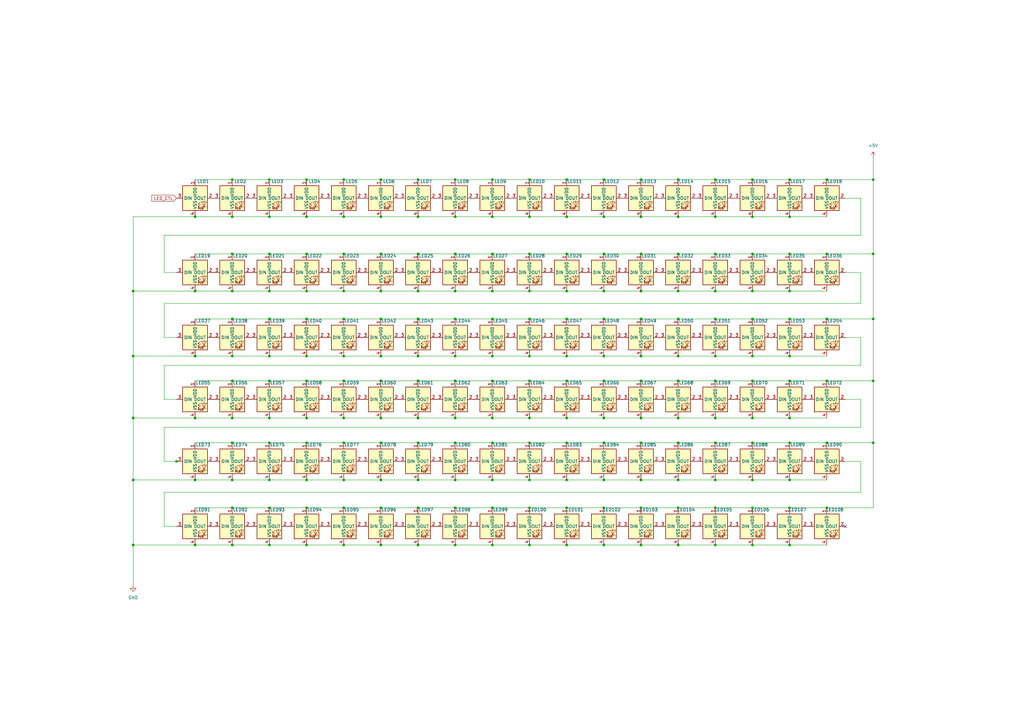
<source format=kicad_sch>
(kicad_sch (version 20231120) (generator "eeschema") (generator_version "8.0")
  (paper "A3")
  (title_block (title "V6 North Facing LED conversion PCB (LEDs)") (date "08-Nov-24") (rev "2.0") (company "REV (Reven Sanchez)"))
  (junction (at 110.49 171.45))
  (junction (at 80.01 88.9))
  (junction (at 140.97 130.81))
  (junction (at 262.89 181.61))
  (junction (at 217.17 88.9))
  (junction (at 323.85 196.85))
  (junction (at 293.37 181.61))
  (junction (at 125.73 119.38))
  (junction (at 156.21 156.21))
  (junction (at 323.85 171.45))
  (junction (at 125.73 130.81))
  (junction (at 171.45 119.38))
  (junction (at 358.14 181.61))
  (junction (at 247.65 156.21))
  (junction (at 72.39 189.23))
  (junction (at 95.25 146.05))
  (junction (at 217.17 130.81))
  (junction (at 247.65 181.61))
  (junction (at 95.25 196.85))
  (junction (at 323.85 130.81))
  (junction (at 278.13 196.85))
  (junction (at 339.09 156.21))
  (junction (at 339.09 181.61))
  (junction (at 323.85 223.52))
  (junction (at 140.97 223.52))
  (junction (at 232.41 88.9))
  (junction (at 171.45 208.28))
  (junction (at 125.73 171.45))
  (junction (at 293.37 146.05))
  (junction (at 95.25 181.61))
  (junction (at 262.89 156.21))
  (junction (at 156.21 73.66))
  (junction (at 232.41 130.81))
  (junction (at 278.13 171.45))
  (junction (at 217.17 181.61))
  (junction (at 156.21 223.52))
  (junction (at 262.89 208.28))
  (junction (at 232.41 73.66))
  (junction (at 293.37 208.28))
  (junction (at 156.21 171.45))
  (junction (at 140.97 196.85))
  (junction (at 323.85 156.21))
  (junction (at 232.41 104.14))
  (junction (at 323.85 88.9))
  (junction (at 278.13 156.21))
  (junction (at 125.73 73.66))
  (junction (at 201.93 196.85))
  (junction (at 247.65 119.38))
  (junction (at 201.93 181.61))
  (junction (at 358.14 156.21))
  (junction (at 262.89 146.05))
  (junction (at 308.61 171.45))
  (junction (at 262.89 104.14))
  (junction (at 125.73 223.52))
  (junction (at 293.37 223.52))
  (junction (at 262.89 130.81))
  (junction (at 156.21 130.81))
  (junction (at 110.49 208.28))
  (junction (at 186.69 156.21))
  (junction (at 232.41 119.38))
  (junction (at 201.93 73.66))
  (junction (at 232.41 171.45))
  (junction (at 323.85 146.05))
  (junction (at 140.97 104.14))
  (junction (at 171.45 223.52))
  (junction (at 125.73 104.14))
  (junction (at 201.93 208.28))
  (junction (at 95.25 130.81))
  (junction (at 308.61 130.81))
  (junction (at 140.97 88.9))
  (junction (at 358.14 104.14))
  (junction (at 293.37 130.81))
  (junction (at 293.37 73.66))
  (junction (at 278.13 130.81))
  (junction (at 54.61 196.85))
  (junction (at 171.45 181.61))
  (junction (at 232.41 223.52))
  (junction (at 323.85 73.66))
  (junction (at 95.25 119.38))
  (junction (at 95.25 88.9))
  (junction (at 201.93 88.9))
  (junction (at 247.65 196.85))
  (junction (at 186.69 73.66))
  (junction (at 217.17 156.21))
  (junction (at 293.37 104.14))
  (junction (at 201.93 104.14))
  (junction (at 262.89 196.85))
  (junction (at 323.85 181.61))
  (junction (at 186.69 119.38))
  (junction (at 293.37 88.9))
  (junction (at 308.61 208.28))
  (junction (at 247.65 73.66))
  (junction (at 110.49 146.05))
  (junction (at 278.13 119.38))
  (junction (at 358.14 130.81))
  (junction (at 80.01 171.45))
  (junction (at 262.89 88.9))
  (junction (at 217.17 119.38))
  (junction (at 95.25 171.45))
  (junction (at 293.37 171.45))
  (junction (at 171.45 73.66))
  (junction (at 323.85 104.14))
  (junction (at 339.09 130.81))
  (junction (at 110.49 104.14))
  (junction (at 308.61 146.05))
  (junction (at 110.49 196.85))
  (junction (at 140.97 146.05))
  (junction (at 156.21 119.38))
  (junction (at 293.37 156.21))
  (junction (at 140.97 208.28))
  (junction (at 110.49 181.61))
  (junction (at 156.21 104.14))
  (junction (at 247.65 88.9))
  (junction (at 308.61 88.9))
  (junction (at 156.21 146.05))
  (junction (at 217.17 146.05))
  (junction (at 308.61 119.38))
  (junction (at 171.45 171.45))
  (junction (at 54.61 146.05))
  (junction (at 125.73 156.21))
  (junction (at 54.61 223.52))
  (junction (at 80.01 146.05))
  (junction (at 217.17 73.66))
  (junction (at 95.25 208.28))
  (junction (at 95.25 156.21))
  (junction (at 80.01 119.38))
  (junction (at 201.93 171.45))
  (junction (at 358.14 73.66))
  (junction (at 140.97 181.61))
  (junction (at 171.45 156.21))
  (junction (at 247.65 104.14))
  (junction (at 95.25 104.14))
  (junction (at 156.21 181.61))
  (junction (at 110.49 156.21))
  (junction (at 293.37 196.85))
  (junction (at 339.09 208.28))
  (junction (at 217.17 208.28))
  (junction (at 247.65 171.45))
  (junction (at 339.09 73.66))
  (junction (at 125.73 88.9))
  (junction (at 201.93 119.38))
  (junction (at 217.17 171.45))
  (junction (at 201.93 130.81))
  (junction (at 217.17 104.14))
  (junction (at 54.61 119.38))
  (junction (at 140.97 171.45))
  (junction (at 171.45 196.85))
  (junction (at 278.13 223.52))
  (junction (at 247.65 146.05))
  (junction (at 217.17 196.85))
  (junction (at 201.93 146.05))
  (junction (at 186.69 223.52))
  (junction (at 308.61 104.14))
  (junction (at 110.49 119.38))
  (junction (at 110.49 73.66))
  (junction (at 171.45 146.05))
  (junction (at 54.61 171.45))
  (junction (at 308.61 181.61))
  (junction (at 156.21 88.9))
  (junction (at 232.41 156.21))
  (junction (at 186.69 208.28))
  (junction (at 278.13 104.14))
  (junction (at 125.73 181.61))
  (junction (at 110.49 88.9))
  (junction (at 278.13 208.28))
  (junction (at 339.09 104.14))
  (junction (at 125.73 196.85))
  (junction (at 262.89 171.45))
  (junction (at 171.45 104.14))
  (junction (at 247.65 208.28))
  (junction (at 308.61 196.85))
  (junction (at 186.69 104.14))
  (junction (at 110.49 223.52))
  (junction (at 140.97 119.38))
  (junction (at 80.01 196.85))
  (junction (at 156.21 208.28))
  (junction (at 278.13 88.9))
  (junction (at 186.69 146.05))
  (junction (at 95.25 73.66))
  (junction (at 247.65 223.52))
  (junction (at 217.17 223.52))
  (junction (at 125.73 146.05))
  (junction (at 201.93 223.52))
  (junction (at 262.89 223.52))
  (junction (at 186.69 171.45))
  (junction (at 293.37 119.38))
  (junction (at 323.85 119.38))
  (junction (at 232.41 208.28))
  (junction (at 186.69 88.9))
  (junction (at 278.13 146.05))
  (junction (at 262.89 73.66))
  (junction (at 232.41 146.05))
  (junction (at 156.21 196.85))
  (junction (at 95.25 223.52))
  (junction (at 232.41 181.61))
  (junction (at 278.13 181.61))
  (junction (at 80.01 223.52))
  (junction (at 125.73 208.28))
  (junction (at 278.13 73.66))
  (junction (at 171.45 88.9))
  (junction (at 308.61 156.21))
  (junction (at 186.69 196.85))
  (junction (at 171.45 130.81))
  (junction (at 110.49 130.81))
  (junction (at 186.69 130.81))
  (junction (at 140.97 73.66))
  (junction (at 308.61 73.66))
  (junction (at 140.97 156.21))
  (junction (at 247.65 130.81))
  (junction (at 323.85 208.28))
  (junction (at 308.61 223.52))
  (junction (at 186.69 181.61))
  (junction (at 262.89 119.38))
  (junction (at 201.93 156.21))
  (junction (at 232.41 196.85))
  (no_connect (at 346.71 215.9))
  (wire (pts (xy 72.39 189.23) (xy 73.66 189.23)))
  (wire (pts (xy 156.21 119.38) (xy 171.45 119.38)))
  (wire (pts (xy 339.09 104.14) (xy 358.14 104.14)))
  (wire (pts (xy 308.61 73.66) (xy 323.85 73.66)))
  (wire (pts (xy 308.61 146.05) (xy 293.37 146.05)))
  (wire (pts (xy 247.65 146.05) (xy 232.41 146.05)))
  (wire (pts (xy 323.85 196.85) (xy 339.09 196.85)))
  (wire (pts (xy 54.61 196.85) (xy 54.61 223.52)))
  (wire (pts (xy 308.61 171.45) (xy 293.37 171.45)))
  (wire (pts (xy 80.01 223.52) (xy 95.25 223.52)))
  (wire (pts (xy 232.41 119.38) (xy 247.65 119.38)))
  (wire (pts (xy 140.97 156.21) (xy 156.21 156.21)))
  (wire (pts (xy 95.25 223.52) (xy 110.49 223.52)))
  (wire (pts (xy 323.85 181.61) (xy 339.09 181.61)))
  (wire (pts (xy 232.41 156.21) (xy 247.65 156.21)))
  (wire (pts (xy 201.93 171.45) (xy 186.69 171.45)))
  (wire (pts (xy 186.69 73.66) (xy 201.93 73.66)))
  (wire (pts (xy 67.31 111.76) (xy 72.39 111.76)))
  (wire (pts (xy 323.85 119.38) (xy 339.09 119.38)))
  (wire (pts (xy 353.06 189.23) (xy 353.06 201.93)))
  (wire (pts (xy 110.49 130.81) (xy 125.73 130.81)))
  (wire (pts (xy 186.69 119.38) (xy 201.93 119.38)))
  (wire (pts (xy 156.21 73.66) (xy 171.45 73.66)))
  (wire (pts (xy 201.93 146.05) (xy 186.69 146.05)))
  (wire (pts (xy 171.45 88.9) (xy 156.21 88.9)))
  (wire (pts (xy 186.69 196.85) (xy 201.93 196.85)))
  (wire (pts (xy 140.97 88.9) (xy 125.73 88.9)))
  (wire (pts (xy 171.45 146.05) (xy 156.21 146.05)))
  (wire (pts (xy 80.01 73.66) (xy 95.25 73.66)))
  (wire (pts (xy 54.61 223.52) (xy 54.61 240.03)))
  (wire (pts (xy 140.97 104.14) (xy 156.21 104.14)))
  (wire (pts (xy 201.93 208.28) (xy 217.17 208.28)))
  (wire (pts (xy 278.13 196.85) (xy 293.37 196.85)))
  (wire (pts (xy 278.13 88.9) (xy 262.89 88.9)))
  (wire (pts (xy 217.17 119.38) (xy 232.41 119.38)))
  (wire (pts (xy 110.49 146.05) (xy 95.25 146.05)))
  (wire (pts (xy 217.17 130.81) (xy 232.41 130.81)))
  (wire (pts (xy 201.93 156.21) (xy 217.17 156.21)))
  (wire (pts (xy 308.61 130.81) (xy 323.85 130.81)))
  (wire (pts (xy 278.13 171.45) (xy 262.89 171.45)))
  (wire (pts (xy 171.45 171.45) (xy 156.21 171.45)))
  (wire (pts (xy 353.06 163.83) (xy 353.06 175.26)))
  (wire (pts (xy 293.37 223.52) (xy 308.61 223.52)))
  (wire (pts (xy 346.71 81.28) (xy 353.06 81.28)))
  (wire (pts (xy 171.45 119.38) (xy 186.69 119.38)))
  (wire (pts (xy 323.85 104.14) (xy 339.09 104.14)))
  (wire (pts (xy 95.25 181.61) (xy 110.49 181.61)))
  (wire (pts (xy 278.13 146.05) (xy 262.89 146.05)))
  (wire (pts (xy 217.17 208.28) (xy 232.41 208.28)))
  (wire (pts (xy 358.14 181.61) (xy 358.14 156.21)))
  (wire (pts (xy 308.61 196.85) (xy 323.85 196.85)))
  (wire (pts (xy 80.01 130.81) (xy 95.25 130.81)))
  (wire (pts (xy 54.61 223.52) (xy 80.01 223.52)))
  (wire (pts (xy 308.61 156.21) (xy 323.85 156.21)))
  (wire (pts (xy 95.25 130.81) (xy 110.49 130.81)))
  (wire (pts (xy 247.65 119.38) (xy 262.89 119.38)))
  (wire (pts (xy 186.69 88.9) (xy 171.45 88.9)))
  (wire (pts (xy 247.65 171.45) (xy 232.41 171.45)))
  (wire (pts (xy 125.73 208.28) (xy 140.97 208.28)))
  (wire (pts (xy 80.01 104.14) (xy 95.25 104.14)))
  (wire (pts (xy 339.09 73.66) (xy 358.14 73.66)))
  (wire (pts (xy 339.09 171.45) (xy 323.85 171.45)))
  (wire (pts (xy 217.17 146.05) (xy 201.93 146.05)))
  (wire (pts (xy 140.97 119.38) (xy 156.21 119.38)))
  (wire (pts (xy 358.14 156.21) (xy 358.14 130.81)))
  (wire (pts (xy 67.31 96.52) (xy 67.31 111.76)))
  (wire (pts (xy 353.06 81.28) (xy 353.06 96.52)))
  (wire (pts (xy 217.17 156.21) (xy 232.41 156.21)))
  (wire (pts (xy 278.13 73.66) (xy 293.37 73.66)))
  (wire (pts (xy 278.13 104.14) (xy 293.37 104.14)))
  (wire (pts (xy 262.89 73.66) (xy 278.13 73.66)))
  (wire (pts (xy 125.73 88.9) (xy 110.49 88.9)))
  (wire (pts (xy 323.85 223.52) (xy 339.09 223.52)))
  (wire (pts (xy 95.25 146.05) (xy 80.01 146.05)))
  (wire (pts (xy 140.97 196.85) (xy 156.21 196.85)))
  (wire (pts (xy 67.31 215.9) (xy 72.39 215.9)))
  (wire (pts (xy 125.73 146.05) (xy 110.49 146.05)))
  (wire (pts (xy 262.89 208.28) (xy 278.13 208.28)))
  (wire (pts (xy 201.93 73.66) (xy 217.17 73.66)))
  (wire (pts (xy 217.17 104.14) (xy 232.41 104.14)))
  (wire (pts (xy 80.01 156.21) (xy 95.25 156.21)))
  (wire (pts (xy 125.73 171.45) (xy 110.49 171.45)))
  (wire (pts (xy 125.73 73.66) (xy 140.97 73.66)))
  (wire (pts (xy 217.17 223.52) (xy 232.41 223.52)))
  (wire (pts (xy 308.61 181.61) (xy 323.85 181.61)))
  (wire (pts (xy 186.69 171.45) (xy 171.45 171.45)))
  (wire (pts (xy 217.17 196.85) (xy 232.41 196.85)))
  (wire (pts (xy 232.41 181.61) (xy 247.65 181.61)))
  (wire (pts (xy 353.06 149.86) (xy 67.31 149.86)))
  (wire (pts (xy 95.25 171.45) (xy 80.01 171.45)))
  (wire (pts (xy 110.49 223.52) (xy 125.73 223.52)))
  (wire (pts (xy 262.89 146.05) (xy 247.65 146.05)))
  (wire (pts (xy 125.73 130.81) (xy 140.97 130.81)))
  (wire (pts (xy 156.21 196.85) (xy 171.45 196.85)))
  (wire (pts (xy 217.17 171.45) (xy 201.93 171.45)))
  (wire (pts (xy 201.93 223.52) (xy 217.17 223.52)))
  (wire (pts (xy 80.01 171.45) (xy 54.61 171.45)))
  (wire (pts (xy 201.93 88.9) (xy 186.69 88.9)))
  (wire (pts (xy 125.73 119.38) (xy 140.97 119.38)))
  (wire (pts (xy 358.14 130.81) (xy 358.14 104.14)))
  (wire (pts (xy 262.89 119.38) (xy 278.13 119.38)))
  (wire (pts (xy 339.09 130.81) (xy 358.14 130.81)))
  (wire (pts (xy 278.13 130.81) (xy 293.37 130.81)))
  (wire (pts (xy 110.49 196.85) (xy 125.73 196.85)))
  (wire (pts (xy 232.41 196.85) (xy 247.65 196.85)))
  (wire (pts (xy 67.31 149.86) (xy 67.31 163.83)))
  (wire (pts (xy 339.09 88.9) (xy 323.85 88.9)))
  (wire (pts (xy 346.71 163.83) (xy 353.06 163.83)))
  (wire (pts (xy 323.85 73.66) (xy 339.09 73.66)))
  (wire (pts (xy 217.17 73.66) (xy 232.41 73.66)))
  (wire (pts (xy 140.97 73.66) (xy 156.21 73.66)))
  (wire (pts (xy 171.45 181.61) (xy 186.69 181.61)))
  (wire (pts (xy 262.89 171.45) (xy 247.65 171.45)))
  (wire (pts (xy 323.85 156.21) (xy 339.09 156.21)))
  (wire (pts (xy 67.31 175.26) (xy 67.31 189.23)))
  (wire (pts (xy 232.41 130.81) (xy 247.65 130.81)))
  (wire (pts (xy 171.45 208.28) (xy 186.69 208.28)))
  (wire (pts (xy 247.65 130.81) (xy 262.89 130.81)))
  (wire (pts (xy 278.13 181.61) (xy 293.37 181.61)))
  (wire (pts (xy 323.85 208.28) (xy 339.09 208.28)))
  (wire (pts (xy 247.65 156.21) (xy 262.89 156.21)))
  (wire (pts (xy 339.09 156.21) (xy 358.14 156.21)))
  (wire (pts (xy 156.21 104.14) (xy 171.45 104.14)))
  (wire (pts (xy 186.69 130.81) (xy 201.93 130.81)))
  (wire (pts (xy 247.65 196.85) (xy 262.89 196.85)))
  (wire (pts (xy 156.21 130.81) (xy 171.45 130.81)))
  (wire (pts (xy 293.37 130.81) (xy 308.61 130.81)))
  (wire (pts (xy 171.45 130.81) (xy 186.69 130.81)))
  (wire (pts (xy 232.41 104.14) (xy 247.65 104.14)))
  (wire (pts (xy 54.61 119.38) (xy 54.61 146.05)))
  (wire (pts (xy 156.21 208.28) (xy 171.45 208.28)))
  (wire (pts (xy 156.21 146.05) (xy 140.97 146.05)))
  (wire (pts (xy 247.65 104.14) (xy 262.89 104.14)))
  (wire (pts (xy 80.01 196.85) (xy 95.25 196.85)))
  (wire (pts (xy 353.06 138.43) (xy 353.06 149.86)))
  (wire (pts (xy 156.21 171.45) (xy 140.97 171.45)))
  (wire (pts (xy 67.31 138.43) (xy 72.39 138.43)))
  (wire (pts (xy 95.25 88.9) (xy 80.01 88.9)))
  (wire (pts (xy 353.06 175.26) (xy 67.31 175.26)))
  (wire (pts (xy 201.93 130.81) (xy 217.17 130.81)))
  (wire (pts (xy 262.89 196.85) (xy 278.13 196.85)))
  (wire (pts (xy 247.65 88.9) (xy 232.41 88.9)))
  (wire (pts (xy 308.61 223.52) (xy 323.85 223.52)))
  (wire (pts (xy 358.14 208.28) (xy 358.14 181.61)))
  (wire (pts (xy 323.85 130.81) (xy 339.09 130.81)))
  (wire (pts (xy 67.31 189.23) (xy 72.39 189.23)))
  (wire (pts (xy 262.89 88.9) (xy 247.65 88.9)))
  (wire (pts (xy 339.09 208.28) (xy 358.14 208.28)))
  (wire (pts (xy 54.61 171.45) (xy 54.61 196.85)))
  (wire (pts (xy 358.14 104.14) (xy 358.14 73.66)))
  (wire (pts (xy 346.71 111.76) (xy 353.06 111.76)))
  (wire (pts (xy 293.37 73.66) (xy 308.61 73.66)))
  (wire (pts (xy 95.25 208.28) (xy 110.49 208.28)))
  (wire (pts (xy 346.71 189.23) (xy 353.06 189.23)))
  (wire (pts (xy 293.37 156.21) (xy 308.61 156.21)))
  (wire (pts (xy 67.31 163.83) (xy 72.39 163.83)))
  (wire (pts (xy 201.93 119.38) (xy 217.17 119.38)))
  (wire (pts (xy 293.37 181.61) (xy 308.61 181.61)))
  (wire (pts (xy 353.06 96.52) (xy 67.31 96.52)))
  (wire (pts (xy 140.97 223.52) (xy 156.21 223.52)))
  (wire (pts (xy 346.71 138.43) (xy 353.06 138.43)))
  (wire (pts (xy 171.45 223.52) (xy 186.69 223.52)))
  (wire (pts (xy 247.65 223.52) (xy 262.89 223.52)))
  (wire (pts (xy 339.09 181.61) (xy 358.14 181.61)))
  (wire (pts (xy 308.61 208.28) (xy 323.85 208.28)))
  (wire (pts (xy 186.69 156.21) (xy 201.93 156.21)))
  (wire (pts (xy 95.25 156.21) (xy 110.49 156.21)))
  (wire (pts (xy 308.61 104.14) (xy 323.85 104.14)))
  (wire (pts (xy 67.31 124.46) (xy 67.31 138.43)))
  (wire (pts (xy 186.69 146.05) (xy 171.45 146.05)))
  (wire (pts (xy 232.41 88.9) (xy 217.17 88.9)))
  (wire (pts (xy 54.61 146.05) (xy 54.61 171.45)))
  (wire (pts (xy 125.73 181.61) (xy 140.97 181.61)))
  (wire (pts (xy 186.69 208.28) (xy 201.93 208.28)))
  (wire (pts (xy 358.14 64.77) (xy 358.14 73.66)))
  (wire (pts (xy 232.41 171.45) (xy 217.17 171.45)))
  (wire (pts (xy 156.21 88.9) (xy 140.97 88.9)))
  (wire (pts (xy 323.85 171.45) (xy 308.61 171.45)))
  (wire (pts (xy 353.06 201.93) (xy 67.31 201.93)))
  (wire (pts (xy 171.45 196.85) (xy 186.69 196.85)))
  (wire (pts (xy 80.01 181.61) (xy 95.25 181.61)))
  (wire (pts (xy 217.17 88.9) (xy 201.93 88.9)))
  (wire (pts (xy 308.61 119.38) (xy 323.85 119.38)))
  (wire (pts (xy 262.89 156.21) (xy 278.13 156.21)))
  (wire (pts (xy 110.49 156.21) (xy 125.73 156.21)))
  (wire (pts (xy 262.89 104.14) (xy 278.13 104.14)))
  (wire (pts (xy 262.89 130.81) (xy 278.13 130.81)))
  (wire (pts (xy 95.25 196.85) (xy 110.49 196.85)))
  (wire (pts (xy 110.49 73.66) (xy 125.73 73.66)))
  (wire (pts (xy 217.17 181.61) (xy 232.41 181.61)))
  (wire (pts (xy 156.21 156.21) (xy 171.45 156.21)))
  (wire (pts (xy 308.61 88.9) (xy 293.37 88.9)))
  (wire (pts (xy 95.25 73.66) (xy 110.49 73.66)))
  (wire (pts (xy 80.01 119.38) (xy 95.25 119.38)))
  (wire (pts (xy 125.73 104.14) (xy 140.97 104.14)))
  (wire (pts (xy 125.73 196.85) (xy 140.97 196.85)))
  (wire (pts (xy 293.37 196.85) (xy 308.61 196.85)))
  (wire (pts (xy 293.37 171.45) (xy 278.13 171.45)))
  (wire (pts (xy 140.97 146.05) (xy 125.73 146.05)))
  (wire (pts (xy 201.93 181.61) (xy 217.17 181.61)))
  (wire (pts (xy 110.49 119.38) (xy 125.73 119.38)))
  (wire (pts (xy 247.65 208.28) (xy 262.89 208.28)))
  (wire (pts (xy 232.41 223.52) (xy 247.65 223.52)))
  (wire (pts (xy 247.65 73.66) (xy 262.89 73.66)))
  (wire (pts (xy 323.85 88.9) (xy 308.61 88.9)))
  (wire (pts (xy 186.69 104.14) (xy 201.93 104.14)))
  (wire (pts (xy 293.37 146.05) (xy 278.13 146.05)))
  (wire (pts (xy 293.37 104.14) (xy 308.61 104.14)))
  (wire (pts (xy 156.21 223.52) (xy 171.45 223.52)))
  (wire (pts (xy 171.45 73.66) (xy 186.69 73.66)))
  (wire (pts (xy 110.49 171.45) (xy 95.25 171.45)))
  (wire (pts (xy 186.69 181.61) (xy 201.93 181.61)))
  (wire (pts (xy 171.45 104.14) (xy 186.69 104.14)))
  (wire (pts (xy 293.37 88.9) (xy 278.13 88.9)))
  (wire (pts (xy 293.37 208.28) (xy 308.61 208.28)))
  (wire (pts (xy 95.25 104.14) (xy 110.49 104.14)))
  (wire (pts (xy 80.01 88.9) (xy 54.61 88.9)))
  (wire (pts (xy 80.01 208.28) (xy 95.25 208.28)))
  (wire (pts (xy 278.13 208.28) (xy 293.37 208.28)))
  (wire (pts (xy 201.93 196.85) (xy 217.17 196.85)))
  (wire (pts (xy 353.06 124.46) (xy 67.31 124.46)))
  (wire (pts (xy 140.97 130.81) (xy 156.21 130.81)))
  (wire (pts (xy 54.61 119.38) (xy 80.01 119.38)))
  (wire (pts (xy 110.49 88.9) (xy 95.25 88.9)))
  (wire (pts (xy 186.69 223.52) (xy 201.93 223.52)))
  (wire (pts (xy 323.85 146.05) (xy 308.61 146.05)))
  (wire (pts (xy 95.25 119.38) (xy 110.49 119.38)))
  (wire (pts (xy 110.49 208.28) (xy 125.73 208.28)))
  (wire (pts (xy 232.41 146.05) (xy 217.17 146.05)))
  (wire (pts (xy 278.13 119.38) (xy 293.37 119.38)))
  (wire (pts (xy 201.93 104.14) (xy 217.17 104.14)))
  (wire (pts (xy 339.09 146.05) (xy 323.85 146.05)))
  (wire (pts (xy 140.97 181.61) (xy 156.21 181.61)))
  (wire (pts (xy 262.89 181.61) (xy 278.13 181.61)))
  (wire (pts (xy 110.49 104.14) (xy 125.73 104.14)))
  (wire (pts (xy 140.97 208.28) (xy 156.21 208.28)))
  (wire (pts (xy 80.01 146.05) (xy 54.61 146.05)))
  (wire (pts (xy 278.13 156.21) (xy 293.37 156.21)))
  (wire (pts (xy 54.61 88.9) (xy 54.61 119.38)))
  (wire (pts (xy 156.21 181.61) (xy 171.45 181.61)))
  (wire (pts (xy 110.49 181.61) (xy 125.73 181.61)))
  (wire (pts (xy 125.73 223.52) (xy 140.97 223.52)))
  (wire (pts (xy 171.45 156.21) (xy 186.69 156.21)))
  (wire (pts (xy 278.13 223.52) (xy 293.37 223.52)))
  (wire (pts (xy 54.61 196.85) (xy 80.01 196.85)))
  (wire (pts (xy 232.41 208.28) (xy 247.65 208.28)))
  (wire (pts (xy 247.65 181.61) (xy 262.89 181.61)))
  (wire (pts (xy 262.89 223.52) (xy 278.13 223.52)))
  (wire (pts (xy 353.06 111.76) (xy 353.06 124.46)))
  (wire (pts (xy 293.37 119.38) (xy 308.61 119.38)))
  (wire (pts (xy 232.41 73.66) (xy 247.65 73.66)))
  (wire (pts (xy 67.31 201.93) (xy 67.31 215.9)))
  (wire (pts (xy 125.73 156.21) (xy 140.97 156.21)))
  (wire (pts (xy 140.97 171.45) (xy 125.73 171.45)))
  (global_label "LED_CTL" (shape input) (at 72.39 81.28 180) (property "Intersheetrefs" "${INTERSHEET_REFS}" (effects (hide yes))))
  (symbol (lib_id "PCM_marbastlib-various:SK6812MINI-E") (at 186.69 215.9 0) (unit 1)
    (property "Reference" "LED98" (at 189.992 209.042 0))
    (property "Value" "SK6812MINI-E" (effects (hide yes)))
    (property "Footprint" "PCM_marbastlib-mx:LED_MX_6028R" (effects (hide yes)))
    (property "Description" "Reverse mount adressable LED (WS2812 protocol)" (effects (hide yes)))
  )
  (symbol (lib_id "PCM_marbastlib-various:SK6812MINI-E") (at 125.73 215.9 0) (unit 1)
    (property "Reference" "LED94" (at 129.032 209.042 0))
    (property "Value" "SK6812MINI-E" (effects (hide yes)))
    (property "Footprint" "PCM_marbastlib-mx:LED_MX_6028R" (effects (hide yes)))
    (property "Description" "Reverse mount adressable LED (WS2812 protocol)" (effects (hide yes)))
  )
  (symbol (lib_id "PCM_marbastlib-various:SK6812MINI-E") (at 110.49 111.76 0) (unit 1)
    (property "Reference" "LED21" (at 113.792 104.902 0))
    (property "Value" "SK6812MINI-E" (effects (hide yes)))
    (property "Footprint" "PCM_marbastlib-mx:LED_MX_6028R" (effects (hide yes)))
    (property "Description" "Reverse mount adressable LED (WS2812 protocol)" (effects (hide yes)))
  )
  (symbol (lib_id "PCM_marbastlib-various:SK6812MINI-E") (at 186.69 111.76 0) (unit 1)
    (property "Reference" "LED26" (at 189.992 104.902 0))
    (property "Value" "SK6812MINI-E" (effects (hide yes)))
    (property "Footprint" "PCM_marbastlib-mx:LED_MX_6028R" (effects (hide yes)))
    (property "Description" "Reverse mount adressable LED (WS2812 protocol)" (effects (hide yes)))
  )
  (symbol (lib_id "PCM_marbastlib-various:SK6812MINI-E") (at 110.49 215.9 0) (unit 1)
    (property "Reference" "LED93" (at 113.792 209.042 0))
    (property "Value" "SK6812MINI-E" (effects (hide yes)))
    (property "Footprint" "PCM_marbastlib-mx:LED_MX_6028R" (effects (hide yes)))
    (property "Description" "Reverse mount adressable LED (WS2812 protocol)" (effects (hide yes)))
  )
  (symbol (lib_id "PCM_marbastlib-various:SK6812MINI-E") (at 171.45 189.23 0) (unit 1)
    (property "Reference" "LED79" (at 174.752 182.372 0))
    (property "Value" "SK6812MINI-E" (effects (hide yes)))
    (property "Footprint" "PCM_marbastlib-mx:LED_MX_6028R" (effects (hide yes)))
    (property "Description" "Reverse mount adressable LED (WS2812 protocol)" (effects (hide yes)))
  )
  (symbol (lib_id "power:GND") (at 54.61 240.03 0) (unit 1)
    (property "Reference" "#PWR024" (effects (hide yes)))
    (property "Value" "GND" (at 54.61 245.11 0))
    (property "Description" "Power symbol creates a global label with name \"GND\" , ground" (effects (hide yes)))
  )
  (symbol (lib_id "PCM_marbastlib-various:SK6812MINI-E") (at 110.49 189.23 0) (unit 1)
    (property "Reference" "LED75" (at 113.792 182.372 0))
    (property "Value" "SK6812MINI-E" (effects (hide yes)))
    (property "Footprint" "PCM_marbastlib-mx:LED_MX_6028R" (effects (hide yes)))
    (property "Description" "Reverse mount adressable LED (WS2812 protocol)" (effects (hide yes)))
  )
  (symbol (lib_id "PCM_marbastlib-various:SK6812MINI-E") (at 186.69 163.83 0) (unit 1)
    (property "Reference" "LED62" (at 189.992 156.972 0))
    (property "Value" "SK6812MINI-E" (effects (hide yes)))
    (property "Footprint" "PCM_marbastlib-mx:LED_MX_6028R" (effects (hide yes)))
    (property "Description" "Reverse mount adressable LED (WS2812 protocol)" (effects (hide yes)))
  )
  (symbol (lib_id "PCM_marbastlib-various:SK6812MINI-E") (at 323.85 111.76 0) (unit 1)
    (property "Reference" "LED35" (at 327.152 104.902 0))
    (property "Value" "SK6812MINI-E" (effects (hide yes)))
    (property "Footprint" "PCM_marbastlib-mx:LED_MX_6028R" (effects (hide yes)))
    (property "Description" "Reverse mount adressable LED (WS2812 protocol)" (effects (hide yes)))
  )
  (symbol (lib_id "PCM_marbastlib-various:SK6812MINI-E") (at 232.41 215.9 0) (unit 1)
    (property "Reference" "LED101" (at 235.712 209.042 0))
    (property "Value" "SK6812MINI-E" (effects (hide yes)))
    (property "Footprint" "PCM_marbastlib-mx:LED_MX_6028R" (effects (hide yes)))
    (property "Description" "Reverse mount adressable LED (WS2812 protocol)" (effects (hide yes)))
  )
  (symbol (lib_id "PCM_marbastlib-various:SK6812MINI-E") (at 95.25 111.76 0) (unit 1)
    (property "Reference" "LED20" (at 98.552 104.902 0))
    (property "Value" "SK6812MINI-E" (effects (hide yes)))
    (property "Footprint" "PCM_marbastlib-mx:LED_MX_6028R" (effects (hide yes)))
    (property "Description" "Reverse mount adressable LED (WS2812 protocol)" (effects (hide yes)))
  )
  (symbol (lib_id "PCM_marbastlib-various:SK6812MINI-E") (at 80.01 215.9 0) (unit 1)
    (property "Reference" "LED91" (at 83.312 209.042 0))
    (property "Value" "SK6812MINI-E" (effects (hide yes)))
    (property "Footprint" "PCM_marbastlib-mx:LED_MX_6028R" (effects (hide yes)))
    (property "Description" "Reverse mount adressable LED (WS2812 protocol)" (effects (hide yes)))
  )
  (symbol (lib_id "PCM_marbastlib-various:SK6812MINI-E") (at 201.93 111.76 0) (unit 1)
    (property "Reference" "LED27" (at 205.232 104.902 0))
    (property "Value" "SK6812MINI-E" (effects (hide yes)))
    (property "Footprint" "PCM_marbastlib-mx:LED_MX_6028R" (effects (hide yes)))
    (property "Description" "Reverse mount adressable LED (WS2812 protocol)" (effects (hide yes)))
  )
  (symbol (lib_id "PCM_marbastlib-various:SK6812MINI-E") (at 278.13 81.28 0) (unit 1)
    (property "Reference" "LED14" (at 281.432 74.422 0))
    (property "Value" "SK6812MINI-E" (effects (hide yes)))
    (property "Footprint" "PCM_marbastlib-mx:LED_MX_6028R" (effects (hide yes)))
    (property "Description" "Reverse mount adressable LED (WS2812 protocol)" (effects (hide yes)))
  )
  (symbol (lib_id "PCM_marbastlib-various:SK6812MINI-E") (at 262.89 111.76 0) (unit 1)
    (property "Reference" "LED31" (at 266.192 104.902 0))
    (property "Value" "SK6812MINI-E" (effects (hide yes)))
    (property "Footprint" "PCM_marbastlib-mx:LED_MX_6028R" (effects (hide yes)))
    (property "Description" "Reverse mount adressable LED (WS2812 protocol)" (effects (hide yes)))
  )
  (symbol (lib_id "PCM_marbastlib-various:SK6812MINI-E") (at 323.85 138.43 0) (unit 1)
    (property "Reference" "LED53" (at 327.152 131.572 0))
    (property "Value" "SK6812MINI-E" (effects (hide yes)))
    (property "Footprint" "PCM_marbastlib-mx:LED_MX_6028R" (effects (hide yes)))
    (property "Description" "Reverse mount adressable LED (WS2812 protocol)" (effects (hide yes)))
  )
  (symbol (lib_id "PCM_marbastlib-various:SK6812MINI-E") (at 262.89 138.43 0) (unit 1)
    (property "Reference" "LED49" (at 266.192 131.572 0))
    (property "Value" "SK6812MINI-E" (effects (hide yes)))
    (property "Footprint" "PCM_marbastlib-mx:LED_MX_6028R" (effects (hide yes)))
    (property "Description" "Reverse mount adressable LED (WS2812 protocol)" (effects (hide yes)))
  )
  (symbol (lib_id "PCM_marbastlib-various:SK6812MINI-E") (at 247.65 81.28 0) (unit 1)
    (property "Reference" "LED12" (at 250.952 74.422 0))
    (property "Value" "SK6812MINI-E" (effects (hide yes)))
    (property "Footprint" "PCM_marbastlib-mx:LED_MX_6028R" (effects (hide yes)))
    (property "Description" "Reverse mount adressable LED (WS2812 protocol)" (effects (hide yes)))
  )
  (symbol (lib_id "PCM_marbastlib-various:SK6812MINI-E") (at 156.21 111.76 0) (unit 1)
    (property "Reference" "LED24" (at 159.512 104.902 0))
    (property "Value" "SK6812MINI-E" (effects (hide yes)))
    (property "Footprint" "PCM_marbastlib-mx:LED_MX_6028R" (effects (hide yes)))
    (property "Description" "Reverse mount adressable LED (WS2812 protocol)" (effects (hide yes)))
  )
  (symbol (lib_id "PCM_marbastlib-various:SK6812MINI-E") (at 171.45 81.28 0) (unit 1)
    (property "Reference" "LED7" (at 174.752 74.422 0))
    (property "Value" "SK6812MINI-E" (effects (hide yes)))
    (property "Footprint" "PCM_marbastlib-mx:LED_MX_6028R" (effects (hide yes)))
    (property "Description" "Reverse mount adressable LED (WS2812 protocol)" (effects (hide yes)))
  )
  (symbol (lib_id "PCM_marbastlib-various:SK6812MINI-E") (at 262.89 189.23 0) (unit 1)
    (property "Reference" "LED85" (at 266.192 182.372 0))
    (property "Value" "SK6812MINI-E" (effects (hide yes)))
    (property "Footprint" "PCM_marbastlib-mx:LED_MX_6028R" (effects (hide yes)))
    (property "Description" "Reverse mount adressable LED (WS2812 protocol)" (effects (hide yes)))
  )
  (symbol (lib_id "PCM_marbastlib-various:SK6812MINI-E") (at 323.85 189.23 0) (unit 1)
    (property "Reference" "LED89" (at 327.152 182.372 0))
    (property "Value" "SK6812MINI-E" (effects (hide yes)))
    (property "Footprint" "PCM_marbastlib-mx:LED_MX_6028R" (effects (hide yes)))
    (property "Description" "Reverse mount adressable LED (WS2812 protocol)" (effects (hide yes)))
  )
  (symbol (lib_id "PCM_marbastlib-various:SK6812MINI-E") (at 217.17 215.9 0) (unit 1)
    (property "Reference" "LED100" (at 220.472 209.042 0))
    (property "Value" "SK6812MINI-E" (effects (hide yes)))
    (property "Footprint" "PCM_marbastlib-mx:LED_MX_6028R" (effects (hide yes)))
    (property "Description" "Reverse mount adressable LED (WS2812 protocol)" (effects (hide yes)))
  )
  (symbol (lib_id "PCM_marbastlib-various:SK6812MINI-E") (at 201.93 215.9 0) (unit 1)
    (property "Reference" "LED99" (at 205.232 209.042 0))
    (property "Value" "SK6812MINI-E" (effects (hide yes)))
    (property "Footprint" "PCM_marbastlib-mx:LED_MX_6028R" (effects (hide yes)))
    (property "Description" "Reverse mount adressable LED (WS2812 protocol)" (effects (hide yes)))
  )
  (symbol (lib_id "PCM_marbastlib-various:SK6812MINI-E") (at 232.41 111.76 0) (unit 1)
    (property "Reference" "LED29" (at 235.712 104.902 0))
    (property "Value" "SK6812MINI-E" (effects (hide yes)))
    (property "Footprint" "PCM_marbastlib-mx:LED_MX_6028R" (effects (hide yes)))
    (property "Description" "Reverse mount adressable LED (WS2812 protocol)" (effects (hide yes)))
  )
  (symbol (lib_id "PCM_marbastlib-various:SK6812MINI-E") (at 232.41 81.28 0) (unit 1)
    (property "Reference" "LED11" (at 235.712 74.422 0))
    (property "Value" "SK6812MINI-E" (effects (hide yes)))
    (property "Footprint" "PCM_marbastlib-mx:LED_MX_6028R" (effects (hide yes)))
    (property "Description" "Reverse mount adressable LED (WS2812 protocol)" (effects (hide yes)))
  )
  (symbol (lib_id "PCM_marbastlib-various:SK6812MINI-E") (at 308.61 189.23 0) (unit 1)
    (property "Reference" "LED88" (at 311.912 182.372 0))
    (property "Value" "SK6812MINI-E" (effects (hide yes)))
    (property "Footprint" "PCM_marbastlib-mx:LED_MX_6028R" (effects (hide yes)))
    (property "Description" "Reverse mount adressable LED (WS2812 protocol)" (effects (hide yes)))
  )
  (symbol (lib_id "PCM_marbastlib-various:SK6812MINI-E") (at 110.49 138.43 0) (unit 1)
    (property "Reference" "LED39" (at 113.792 131.572 0))
    (property "Value" "SK6812MINI-E" (effects (hide yes)))
    (property "Footprint" "PCM_marbastlib-mx:LED_MX_6028R" (effects (hide yes)))
    (property "Description" "Reverse mount adressable LED (WS2812 protocol)" (effects (hide yes)))
  )
  (symbol (lib_id "PCM_marbastlib-various:SK6812MINI-E") (at 278.13 189.23 0) (unit 1)
    (property "Reference" "LED86" (at 281.432 182.372 0))
    (property "Value" "SK6812MINI-E" (effects (hide yes)))
    (property "Footprint" "PCM_marbastlib-mx:LED_MX_6028R" (effects (hide yes)))
    (property "Description" "Reverse mount adressable LED (WS2812 protocol)" (effects (hide yes)))
  )
  (symbol (lib_id "PCM_marbastlib-various:SK6812MINI-E") (at 140.97 163.83 0) (unit 1)
    (property "Reference" "LED59" (at 144.272 156.972 0))
    (property "Value" "SK6812MINI-E" (effects (hide yes)))
    (property "Footprint" "PCM_marbastlib-mx:LED_MX_6028R" (effects (hide yes)))
    (property "Description" "Reverse mount adressable LED (WS2812 protocol)" (effects (hide yes)))
  )
  (symbol (lib_id "PCM_marbastlib-various:SK6812MINI-E") (at 232.41 189.23 0) (unit 1)
    (property "Reference" "LED83" (at 235.712 182.372 0))
    (property "Value" "SK6812MINI-E" (effects (hide yes)))
    (property "Footprint" "PCM_marbastlib-mx:LED_MX_6028R" (effects (hide yes)))
    (property "Description" "Reverse mount adressable LED (WS2812 protocol)" (effects (hide yes)))
  )
  (symbol (lib_id "PCM_marbastlib-various:SK6812MINI-E") (at 201.93 81.28 0) (unit 1)
    (property "Reference" "LED9" (at 205.232 74.422 0))
    (property "Value" "SK6812MINI-E" (effects (hide yes)))
    (property "Footprint" "PCM_marbastlib-mx:LED_MX_6028R" (effects (hide yes)))
    (property "Description" "Reverse mount adressable LED (WS2812 protocol)" (effects (hide yes)))
  )
  (symbol (lib_id "PCM_marbastlib-various:SK6812MINI-E") (at 339.09 111.76 0) (unit 1)
    (property "Reference" "LED36" (at 342.392 104.902 0))
    (property "Value" "SK6812MINI-E" (effects (hide yes)))
    (property "Footprint" "PCM_marbastlib-mx:LED_MX_6028R" (effects (hide yes)))
    (property "Description" "Reverse mount adressable LED (WS2812 protocol)" (effects (hide yes)))
  )
  (symbol (lib_id "PCM_marbastlib-various:SK6812MINI-E") (at 201.93 138.43 0) (unit 1)
    (property "Reference" "LED45" (at 205.232 131.572 0))
    (property "Value" "SK6812MINI-E" (effects (hide yes)))
    (property "Footprint" "PCM_marbastlib-mx:LED_MX_6028R" (effects (hide yes)))
    (property "Description" "Reverse mount adressable LED (WS2812 protocol)" (effects (hide yes)))
  )
  (symbol (lib_id "PCM_marbastlib-various:SK6812MINI-E") (at 232.41 163.83 0) (unit 1)
    (property "Reference" "LED65" (at 235.712 156.972 0))
    (property "Value" "SK6812MINI-E" (effects (hide yes)))
    (property "Footprint" "PCM_marbastlib-mx:LED_MX_6028R" (effects (hide yes)))
    (property "Description" "Reverse mount adressable LED (WS2812 protocol)" (effects (hide yes)))
  )
  (symbol (lib_id "PCM_marbastlib-various:SK6812MINI-E") (at 140.97 81.28 0) (unit 1)
    (property "Reference" "LED5" (at 144.272 74.422 0))
    (property "Value" "SK6812MINI-E" (effects (hide yes)))
    (property "Footprint" "PCM_marbastlib-mx:LED_MX_6028R" (effects (hide yes)))
    (property "Description" "Reverse mount adressable LED (WS2812 protocol)" (effects (hide yes)))
  )
  (symbol (lib_id "PCM_marbastlib-various:SK6812MINI-E") (at 308.61 138.43 0) (unit 1)
    (property "Reference" "LED52" (at 311.912 131.572 0))
    (property "Value" "SK6812MINI-E" (effects (hide yes)))
    (property "Footprint" "PCM_marbastlib-mx:LED_MX_6028R" (effects (hide yes)))
    (property "Description" "Reverse mount adressable LED (WS2812 protocol)" (effects (hide yes)))
  )
  (symbol (lib_id "PCM_marbastlib-various:SK6812MINI-E") (at 156.21 189.23 0) (unit 1)
    (property "Reference" "LED78" (at 159.512 182.372 0))
    (property "Value" "SK6812MINI-E" (effects (hide yes)))
    (property "Footprint" "PCM_marbastlib-mx:LED_MX_6028R" (effects (hide yes)))
    (property "Description" "Reverse mount adressable LED (WS2812 protocol)" (effects (hide yes)))
  )
  (symbol (lib_id "PCM_marbastlib-various:SK6812MINI-E") (at 323.85 163.83 0) (unit 1)
    (property "Reference" "LED71" (at 327.152 156.972 0))
    (property "Value" "SK6812MINI-E" (effects (hide yes)))
    (property "Footprint" "PCM_marbastlib-mx:LED_MX_6028R" (effects (hide yes)))
    (property "Description" "Reverse mount adressable LED (WS2812 protocol)" (effects (hide yes)))
  )
  (symbol (lib_id "PCM_marbastlib-various:SK6812MINI-E") (at 140.97 189.23 0) (unit 1)
    (property "Reference" "LED77" (at 144.272 182.372 0))
    (property "Value" "SK6812MINI-E" (effects (hide yes)))
    (property "Footprint" "PCM_marbastlib-mx:LED_MX_6028R" (effects (hide yes)))
    (property "Description" "Reverse mount adressable LED (WS2812 protocol)" (effects (hide yes)))
  )
  (symbol (lib_id "PCM_marbastlib-various:SK6812MINI-E") (at 308.61 81.28 0) (unit 1)
    (property "Reference" "LED16" (at 311.912 74.422 0))
    (property "Value" "SK6812MINI-E" (effects (hide yes)))
    (property "Footprint" "PCM_marbastlib-mx:LED_MX_6028R" (effects (hide yes)))
    (property "Description" "Reverse mount adressable LED (WS2812 protocol)" (effects (hide yes)))
  )
  (symbol (lib_id "PCM_marbastlib-various:SK6812MINI-E") (at 247.65 163.83 0) (unit 1)
    (property "Reference" "LED66" (at 250.952 156.972 0))
    (property "Value" "SK6812MINI-E" (effects (hide yes)))
    (property "Footprint" "PCM_marbastlib-mx:LED_MX_6028R" (effects (hide yes)))
    (property "Description" "Reverse mount adressable LED (WS2812 protocol)" (effects (hide yes)))
  )
  (symbol (lib_id "PCM_marbastlib-various:SK6812MINI-E") (at 247.65 138.43 0) (unit 1)
    (property "Reference" "LED48" (at 250.952 131.572 0))
    (property "Value" "SK6812MINI-E" (effects (hide yes)))
    (property "Footprint" "PCM_marbastlib-mx:LED_MX_6028R" (effects (hide yes)))
    (property "Description" "Reverse mount adressable LED (WS2812 protocol)" (effects (hide yes)))
  )
  (symbol (lib_id "PCM_marbastlib-various:SK6812MINI-E") (at 339.09 189.23 0) (unit 1)
    (property "Reference" "LED90" (at 342.392 182.372 0))
    (property "Value" "SK6812MINI-E" (effects (hide yes)))
    (property "Footprint" "PCM_marbastlib-mx:LED_MX_6028R" (effects (hide yes)))
    (property "Description" "Reverse mount adressable LED (WS2812 protocol)" (effects (hide yes)))
  )
  (symbol (lib_id "PCM_marbastlib-various:SK6812MINI-E") (at 80.01 163.83 0) (unit 1)
    (property "Reference" "LED55" (at 83.312 156.972 0))
    (property "Value" "SK6812MINI-E" (effects (hide yes)))
    (property "Footprint" "PCM_marbastlib-mx:LED_MX_6028R" (effects (hide yes)))
    (property "Description" "Reverse mount adressable LED (WS2812 protocol)" (effects (hide yes)))
  )
  (symbol (lib_id "PCM_marbastlib-various:SK6812MINI-E") (at 247.65 215.9 0) (unit 1)
    (property "Reference" "LED102" (at 250.952 209.042 0))
    (property "Value" "SK6812MINI-E" (effects (hide yes)))
    (property "Footprint" "PCM_marbastlib-mx:LED_MX_6028R" (effects (hide yes)))
    (property "Description" "Reverse mount adressable LED (WS2812 protocol)" (effects (hide yes)))
  )
  (symbol (lib_id "PCM_marbastlib-various:SK6812MINI-E") (at 308.61 111.76 0) (unit 1)
    (property "Reference" "LED34" (at 311.912 104.902 0))
    (property "Value" "SK6812MINI-E" (effects (hide yes)))
    (property "Footprint" "PCM_marbastlib-mx:LED_MX_6028R" (effects (hide yes)))
    (property "Description" "Reverse mount adressable LED (WS2812 protocol)" (effects (hide yes)))
  )
  (symbol (lib_id "PCM_marbastlib-various:SK6812MINI-E") (at 278.13 138.43 0) (unit 1)
    (property "Reference" "LED50" (at 281.432 131.572 0))
    (property "Value" "SK6812MINI-E" (effects (hide yes)))
    (property "Footprint" "PCM_marbastlib-mx:LED_MX_6028R" (effects (hide yes)))
    (property "Description" "Reverse mount adressable LED (WS2812 protocol)" (effects (hide yes)))
  )
  (symbol (lib_id "PCM_marbastlib-various:SK6812MINI-E") (at 80.01 81.28 0) (unit 1)
    (property "Reference" "LED1" (at 83.312 74.422 0))
    (property "Value" "SK6812MINI-E" (effects (hide yes)))
    (property "Footprint" "PCM_marbastlib-mx:LED_MX_6028R" (effects (hide yes)))
    (property "Description" "Reverse mount adressable LED (WS2812 protocol)" (effects (hide yes)))
  )
  (symbol (lib_id "PCM_marbastlib-various:SK6812MINI-E") (at 339.09 215.9 0) (unit 1)
    (property "Reference" "LED108" (at 342.392 209.042 0))
    (property "Value" "SK6812MINI-E" (effects (hide yes)))
    (property "Footprint" "PCM_marbastlib-mx:LED_MX_6028R" (effects (hide yes)))
    (property "Description" "Reverse mount adressable LED (WS2812 protocol)" (effects (hide yes)))
  )
  (symbol (lib_id "PCM_marbastlib-various:SK6812MINI-E") (at 201.93 189.23 0) (unit 1)
    (property "Reference" "LED81" (at 205.232 182.372 0))
    (property "Value" "SK6812MINI-E" (effects (hide yes)))
    (property "Footprint" "PCM_marbastlib-mx:LED_MX_6028R" (effects (hide yes)))
    (property "Description" "Reverse mount adressable LED (WS2812 protocol)" (effects (hide yes)))
  )
  (symbol (lib_id "PCM_marbastlib-various:SK6812MINI-E") (at 156.21 163.83 0) (unit 1)
    (property "Reference" "LED60" (at 159.512 156.972 0))
    (property "Value" "SK6812MINI-E" (effects (hide yes)))
    (property "Footprint" "PCM_marbastlib-mx:LED_MX_6028R" (effects (hide yes)))
    (property "Description" "Reverse mount adressable LED (WS2812 protocol)" (effects (hide yes)))
  )
  (symbol (lib_id "PCM_marbastlib-various:SK6812MINI-E") (at 156.21 81.28 0) (unit 1)
    (property "Reference" "LED6" (at 159.512 74.422 0))
    (property "Value" "SK6812MINI-E" (effects (hide yes)))
    (property "Footprint" "PCM_marbastlib-mx:LED_MX_6028R" (effects (hide yes)))
    (property "Description" "Reverse mount adressable LED (WS2812 protocol)" (effects (hide yes)))
  )
  (symbol (lib_id "PCM_marbastlib-various:SK6812MINI-E") (at 140.97 111.76 0) (unit 1)
    (property "Reference" "LED23" (at 144.272 104.902 0))
    (property "Value" "SK6812MINI-E" (effects (hide yes)))
    (property "Footprint" "PCM_marbastlib-mx:LED_MX_6028R" (effects (hide yes)))
    (property "Description" "Reverse mount adressable LED (WS2812 protocol)" (effects (hide yes)))
  )
  (symbol (lib_id "PCM_marbastlib-various:SK6812MINI-E") (at 95.25 189.23 0) (unit 1)
    (property "Reference" "LED74" (at 98.552 182.372 0))
    (property "Value" "SK6812MINI-E" (effects (hide yes)))
    (property "Footprint" "PCM_marbastlib-mx:LED_MX_6028R" (effects (hide yes)))
    (property "Description" "Reverse mount adressable LED (WS2812 protocol)" (effects (hide yes)))
  )
  (symbol (lib_id "PCM_marbastlib-various:SK6812MINI-E") (at 308.61 215.9 0) (unit 1)
    (property "Reference" "LED106" (at 311.912 209.042 0))
    (property "Value" "SK6812MINI-E" (effects (hide yes)))
    (property "Footprint" "PCM_marbastlib-mx:LED_MX_6028R" (effects (hide yes)))
    (property "Description" "Reverse mount adressable LED (WS2812 protocol)" (effects (hide yes)))
  )
  (symbol (lib_id "PCM_marbastlib-various:SK6812MINI-E") (at 308.61 163.83 0) (unit 1)
    (property "Reference" "LED70" (at 311.912 156.972 0))
    (property "Value" "SK6812MINI-E" (effects (hide yes)))
    (property "Footprint" "PCM_marbastlib-mx:LED_MX_6028R" (effects (hide yes)))
    (property "Description" "Reverse mount adressable LED (WS2812 protocol)" (effects (hide yes)))
  )
  (symbol (lib_id "PCM_marbastlib-various:SK6812MINI-E") (at 186.69 189.23 0) (unit 1)
    (property "Reference" "LED80" (at 189.992 182.372 0))
    (property "Value" "SK6812MINI-E" (effects (hide yes)))
    (property "Footprint" "PCM_marbastlib-mx:LED_MX_6028R" (effects (hide yes)))
    (property "Description" "Reverse mount adressable LED (WS2812 protocol)" (effects (hide yes)))
  )
  (symbol (lib_id "PCM_marbastlib-various:SK6812MINI-E") (at 171.45 138.43 0) (unit 1)
    (property "Reference" "LED43" (at 174.752 131.572 0))
    (property "Value" "SK6812MINI-E" (effects (hide yes)))
    (property "Footprint" "PCM_marbastlib-mx:LED_MX_6028R" (effects (hide yes)))
    (property "Description" "Reverse mount adressable LED (WS2812 protocol)" (effects (hide yes)))
  )
  (symbol (lib_id "PCM_marbastlib-various:SK6812MINI-E") (at 156.21 215.9 0) (unit 1)
    (property "Reference" "LED96" (at 159.512 209.042 0))
    (property "Value" "SK6812MINI-E" (effects (hide yes)))
    (property "Footprint" "PCM_marbastlib-mx:LED_MX_6028R" (effects (hide yes)))
    (property "Description" "Reverse mount adressable LED (WS2812 protocol)" (effects (hide yes)))
  )
  (symbol (lib_id "PCM_marbastlib-various:SK6812MINI-E") (at 339.09 81.28 0) (unit 1)
    (property "Reference" "LED18" (at 342.392 74.422 0))
    (property "Value" "SK6812MINI-E" (effects (hide yes)))
    (property "Footprint" "PCM_marbastlib-mx:LED_MX_6028R" (effects (hide yes)))
    (property "Description" "Reverse mount adressable LED (WS2812 protocol)" (effects (hide yes)))
  )
  (symbol (lib_id "PCM_marbastlib-various:SK6812MINI-E") (at 125.73 163.83 0) (unit 1)
    (property "Reference" "LED58" (at 129.032 156.972 0))
    (property "Value" "SK6812MINI-E" (effects (hide yes)))
    (property "Footprint" "PCM_marbastlib-mx:LED_MX_6028R" (effects (hide yes)))
    (property "Description" "Reverse mount adressable LED (WS2812 protocol)" (effects (hide yes)))
  )
  (symbol (lib_id "PCM_marbastlib-various:SK6812MINI-E") (at 293.37 81.28 0) (unit 1)
    (property "Reference" "LED15" (at 296.672 74.422 0))
    (property "Value" "SK6812MINI-E" (effects (hide yes)))
    (property "Footprint" "PCM_marbastlib-mx:LED_MX_6028R" (effects (hide yes)))
    (property "Description" "Reverse mount adressable LED (WS2812 protocol)" (effects (hide yes)))
  )
  (symbol (lib_id "PCM_marbastlib-various:SK6812MINI-E") (at 262.89 81.28 0) (unit 1)
    (property "Reference" "LED13" (at 266.192 74.422 0))
    (property "Value" "SK6812MINI-E" (effects (hide yes)))
    (property "Footprint" "PCM_marbastlib-mx:LED_MX_6028R" (effects (hide yes)))
    (property "Description" "Reverse mount adressable LED (WS2812 protocol)" (effects (hide yes)))
  )
  (symbol (lib_id "PCM_marbastlib-various:SK6812MINI-E") (at 140.97 215.9 0) (unit 1)
    (property "Reference" "LED95" (at 144.272 209.042 0))
    (property "Value" "SK6812MINI-E" (effects (hide yes)))
    (property "Footprint" "PCM_marbastlib-mx:LED_MX_6028R" (effects (hide yes)))
    (property "Description" "Reverse mount adressable LED (WS2812 protocol)" (effects (hide yes)))
  )
  (symbol (lib_id "PCM_marbastlib-various:SK6812MINI-E") (at 201.93 163.83 0) (unit 1)
    (property "Reference" "LED63" (at 205.232 156.972 0))
    (property "Value" "SK6812MINI-E" (effects (hide yes)))
    (property "Footprint" "PCM_marbastlib-mx:LED_MX_6028R" (effects (hide yes)))
    (property "Description" "Reverse mount adressable LED (WS2812 protocol)" (effects (hide yes)))
  )
  (symbol (lib_id "PCM_marbastlib-various:SK6812MINI-E") (at 171.45 163.83 0) (unit 1)
    (property "Reference" "LED61" (at 174.752 156.972 0))
    (property "Value" "SK6812MINI-E" (effects (hide yes)))
    (property "Footprint" "PCM_marbastlib-mx:LED_MX_6028R" (effects (hide yes)))
    (property "Description" "Reverse mount adressable LED (WS2812 protocol)" (effects (hide yes)))
  )
  (symbol (lib_id "PCM_marbastlib-various:SK6812MINI-E") (at 293.37 163.83 0) (unit 1)
    (property "Reference" "LED69" (at 296.672 156.972 0))
    (property "Value" "SK6812MINI-E" (effects (hide yes)))
    (property "Footprint" "PCM_marbastlib-mx:LED_MX_6028R" (effects (hide yes)))
    (property "Description" "Reverse mount adressable LED (WS2812 protocol)" (effects (hide yes)))
  )
  (symbol (lib_id "PCM_marbastlib-various:SK6812MINI-E") (at 217.17 111.76 0) (unit 1)
    (property "Reference" "LED28" (at 220.472 104.902 0))
    (property "Value" "SK6812MINI-E" (effects (hide yes)))
    (property "Footprint" "PCM_marbastlib-mx:LED_MX_6028R" (effects (hide yes)))
    (property "Description" "Reverse mount adressable LED (WS2812 protocol)" (effects (hide yes)))
  )
  (symbol (lib_id "PCM_marbastlib-various:SK6812MINI-E") (at 186.69 81.28 0) (unit 1)
    (property "Reference" "LED8" (at 189.992 74.422 0))
    (property "Value" "SK6812MINI-E" (effects (hide yes)))
    (property "Footprint" "PCM_marbastlib-mx:LED_MX_6028R" (effects (hide yes)))
    (property "Description" "Reverse mount adressable LED (WS2812 protocol)" (effects (hide yes)))
  )
  (symbol (lib_id "PCM_marbastlib-various:SK6812MINI-E") (at 80.01 189.23 0) (unit 1)
    (property "Reference" "LED73" (at 83.312 182.372 0))
    (property "Value" "SK6812MINI-E" (effects (hide yes)))
    (property "Footprint" "PCM_marbastlib-mx:LED_MX_6028R" (effects (hide yes)))
    (property "Description" "Reverse mount adressable LED (WS2812 protocol)" (effects (hide yes)))
  )
  (symbol (lib_id "PCM_marbastlib-various:SK6812MINI-E") (at 293.37 215.9 0) (unit 1)
    (property "Reference" "LED105" (at 296.672 209.042 0))
    (property "Value" "SK6812MINI-E" (effects (hide yes)))
    (property "Footprint" "PCM_marbastlib-mx:LED_MX_6028R" (effects (hide yes)))
    (property "Description" "Reverse mount adressable LED (WS2812 protocol)" (effects (hide yes)))
  )
  (symbol (lib_id "PCM_marbastlib-various:SK6812MINI-E") (at 80.01 138.43 0) (unit 1)
    (property "Reference" "LED37" (at 83.312 131.572 0))
    (property "Value" "SK6812MINI-E" (effects (hide yes)))
    (property "Footprint" "PCM_marbastlib-mx:LED_MX_6028R" (effects (hide yes)))
    (property "Description" "Reverse mount adressable LED (WS2812 protocol)" (effects (hide yes)))
  )
  (symbol (lib_id "PCM_marbastlib-various:SK6812MINI-E") (at 125.73 138.43 0) (unit 1)
    (property "Reference" "LED40" (at 129.032 131.572 0))
    (property "Value" "SK6812MINI-E" (effects (hide yes)))
    (property "Footprint" "PCM_marbastlib-mx:LED_MX_6028R" (effects (hide yes)))
    (property "Description" "Reverse mount adressable LED (WS2812 protocol)" (effects (hide yes)))
  )
  (symbol (lib_id "PCM_marbastlib-various:SK6812MINI-E") (at 125.73 81.28 0) (unit 1)
    (property "Reference" "LED4" (at 129.032 74.422 0))
    (property "Value" "SK6812MINI-E" (effects (hide yes)))
    (property "Footprint" "PCM_marbastlib-mx:LED_MX_6028R" (effects (hide yes)))
    (property "Description" "Reverse mount adressable LED (WS2812 protocol)" (effects (hide yes)))
  )
  (symbol (lib_id "PCM_marbastlib-various:SK6812MINI-E") (at 217.17 189.23 0) (unit 1)
    (property "Reference" "LED82" (at 220.472 182.372 0))
    (property "Value" "SK6812MINI-E" (effects (hide yes)))
    (property "Footprint" "PCM_marbastlib-mx:LED_MX_6028R" (effects (hide yes)))
    (property "Description" "Reverse mount adressable LED (WS2812 protocol)" (effects (hide yes)))
  )
  (symbol (lib_id "PCM_marbastlib-various:SK6812MINI-E") (at 247.65 189.23 0) (unit 1)
    (property "Reference" "LED84" (at 250.952 182.372 0))
    (property "Value" "SK6812MINI-E" (effects (hide yes)))
    (property "Footprint" "PCM_marbastlib-mx:LED_MX_6028R" (effects (hide yes)))
    (property "Description" "Reverse mount adressable LED (WS2812 protocol)" (effects (hide yes)))
  )
  (symbol (lib_id "PCM_marbastlib-various:SK6812MINI-E") (at 95.25 138.43 0) (unit 1)
    (property "Reference" "LED38" (at 98.552 131.572 0))
    (property "Value" "SK6812MINI-E" (effects (hide yes)))
    (property "Footprint" "PCM_marbastlib-mx:LED_MX_6028R" (effects (hide yes)))
    (property "Description" "Reverse mount adressable LED (WS2812 protocol)" (effects (hide yes)))
  )
  (symbol (lib_id "PCM_marbastlib-various:SK6812MINI-E") (at 293.37 138.43 0) (unit 1)
    (property "Reference" "LED51" (at 296.672 131.572 0))
    (property "Value" "SK6812MINI-E" (effects (hide yes)))
    (property "Footprint" "PCM_marbastlib-mx:LED_MX_6028R" (effects (hide yes)))
    (property "Description" "Reverse mount adressable LED (WS2812 protocol)" (effects (hide yes)))
  )
  (symbol (lib_id "PCM_marbastlib-various:SK6812MINI-E") (at 110.49 81.28 0) (unit 1)
    (property "Reference" "LED3" (at 113.792 74.422 0))
    (property "Value" "SK6812MINI-E" (effects (hide yes)))
    (property "Footprint" "PCM_marbastlib-mx:LED_MX_6028R" (effects (hide yes)))
    (property "Description" "Reverse mount adressable LED (WS2812 protocol)" (effects (hide yes)))
  )
  (symbol (lib_id "PCM_marbastlib-various:SK6812MINI-E") (at 186.69 138.43 0) (unit 1)
    (property "Reference" "LED44" (at 189.992 131.572 0))
    (property "Value" "SK6812MINI-E" (effects (hide yes)))
    (property "Footprint" "PCM_marbastlib-mx:LED_MX_6028R" (effects (hide yes)))
    (property "Description" "Reverse mount adressable LED (WS2812 protocol)" (effects (hide yes)))
  )
  (symbol (lib_id "PCM_marbastlib-various:SK6812MINI-E") (at 140.97 138.43 0) (unit 1)
    (property "Reference" "LED41" (at 144.272 131.572 0))
    (property "Value" "SK6812MINI-E" (effects (hide yes)))
    (property "Footprint" "PCM_marbastlib-mx:LED_MX_6028R" (effects (hide yes)))
    (property "Description" "Reverse mount adressable LED (WS2812 protocol)" (effects (hide yes)))
  )
  (symbol (lib_id "PCM_marbastlib-various:SK6812MINI-E") (at 80.01 111.76 0) (unit 1)
    (property "Reference" "LED19" (at 83.312 104.902 0))
    (property "Value" "SK6812MINI-E" (effects (hide yes)))
    (property "Footprint" "PCM_marbastlib-mx:LED_MX_6028R" (effects (hide yes)))
    (property "Description" "Reverse mount adressable LED (WS2812 protocol)" (effects (hide yes)))
  )
  (symbol (lib_id "PCM_marbastlib-various:SK6812MINI-E") (at 95.25 215.9 0) (unit 1)
    (property "Reference" "LED92" (at 98.552 209.042 0))
    (property "Value" "SK6812MINI-E" (effects (hide yes)))
    (property "Footprint" "PCM_marbastlib-mx:LED_MX_6028R" (effects (hide yes)))
    (property "Description" "Reverse mount adressable LED (WS2812 protocol)" (effects (hide yes)))
  )
  (symbol (lib_id "PCM_marbastlib-various:SK6812MINI-E") (at 171.45 215.9 0) (unit 1)
    (property "Reference" "LED97" (at 174.752 209.042 0))
    (property "Value" "SK6812MINI-E" (effects (hide yes)))
    (property "Footprint" "PCM_marbastlib-mx:LED_MX_6028R" (effects (hide yes)))
    (property "Description" "Reverse mount adressable LED (WS2812 protocol)" (effects (hide yes)))
  )
  (symbol (lib_id "PCM_marbastlib-various:SK6812MINI-E") (at 323.85 81.28 0) (unit 1)
    (property "Reference" "LED17" (at 327.152 74.422 0))
    (property "Value" "SK6812MINI-E" (effects (hide yes)))
    (property "Footprint" "PCM_marbastlib-mx:LED_MX_6028R" (effects (hide yes)))
    (property "Description" "Reverse mount adressable LED (WS2812 protocol)" (effects (hide yes)))
  )
  (symbol (lib_id "PCM_marbastlib-various:SK6812MINI-E") (at 171.45 111.76 0) (unit 1)
    (property "Reference" "LED25" (at 174.752 104.902 0))
    (property "Value" "SK6812MINI-E" (effects (hide yes)))
    (property "Footprint" "PCM_marbastlib-mx:LED_MX_6028R" (effects (hide yes)))
    (property "Description" "Reverse mount adressable LED (WS2812 protocol)" (effects (hide yes)))
  )
  (symbol (lib_id "PCM_marbastlib-various:SK6812MINI-E") (at 262.89 215.9 0) (unit 1)
    (property "Reference" "LED103" (at 266.192 209.042 0))
    (property "Value" "SK6812MINI-E" (effects (hide yes)))
    (property "Footprint" "PCM_marbastlib-mx:LED_MX_6028R" (effects (hide yes)))
    (property "Description" "Reverse mount adressable LED (WS2812 protocol)" (effects (hide yes)))
  )
  (symbol (lib_id "PCM_marbastlib-various:SK6812MINI-E") (at 95.25 81.28 0) (unit 1)
    (property "Reference" "LED2" (at 98.552 74.422 0))
    (property "Value" "SK6812MINI-E" (effects (hide yes)))
    (property "Footprint" "PCM_marbastlib-mx:LED_MX_6028R" (effects (hide yes)))
    (property "Description" "Reverse mount adressable LED (WS2812 protocol)" (effects (hide yes)))
  )
  (symbol (lib_id "PCM_marbastlib-various:SK6812MINI-E") (at 217.17 81.28 0) (unit 1)
    (property "Reference" "LED10" (at 220.472 74.422 0))
    (property "Value" "SK6812MINI-E" (effects (hide yes)))
    (property "Footprint" "PCM_marbastlib-mx:LED_MX_6028R" (effects (hide yes)))
    (property "Description" "Reverse mount adressable LED (WS2812 protocol)" (effects (hide yes)))
  )
  (symbol (lib_id "PCM_marbastlib-various:SK6812MINI-E") (at 156.21 138.43 0) (unit 1)
    (property "Reference" "LED42" (at 159.512 131.572 0))
    (property "Value" "SK6812MINI-E" (effects (hide yes)))
    (property "Footprint" "PCM_marbastlib-mx:LED_MX_6028R" (effects (hide yes)))
    (property "Description" "Reverse mount adressable LED (WS2812 protocol)" (effects (hide yes)))
  )
  (symbol (lib_id "PCM_marbastlib-various:SK6812MINI-E") (at 278.13 215.9 0) (unit 1)
    (property "Reference" "LED104" (at 281.432 209.042 0))
    (property "Value" "SK6812MINI-E" (effects (hide yes)))
    (property "Footprint" "PCM_marbastlib-mx:LED_MX_6028R" (effects (hide yes)))
    (property "Description" "Reverse mount adressable LED (WS2812 protocol)" (effects (hide yes)))
  )
  (symbol (lib_id "PCM_marbastlib-various:SK6812MINI-E") (at 217.17 138.43 0) (unit 1)
    (property "Reference" "LED46" (at 220.472 131.572 0))
    (property "Value" "SK6812MINI-E" (effects (hide yes)))
    (property "Footprint" "PCM_marbastlib-mx:LED_MX_6028R" (effects (hide yes)))
    (property "Description" "Reverse mount adressable LED (WS2812 protocol)" (effects (hide yes)))
  )
  (symbol (lib_id "PCM_marbastlib-various:SK6812MINI-E") (at 110.49 163.83 0) (unit 1)
    (property "Reference" "LED57" (at 113.792 156.972 0))
    (property "Value" "SK6812MINI-E" (effects (hide yes)))
    (property "Footprint" "PCM_marbastlib-mx:LED_MX_6028R" (effects (hide yes)))
    (property "Description" "Reverse mount adressable LED (WS2812 protocol)" (effects (hide yes)))
  )
  (symbol (lib_id "power:+5V") (at 358.14 64.77 0) (unit 1)
    (property "Reference" "#PWR021" (effects (hide yes)))
    (property "Value" "+5V" (at 358.14 59.69 0))
    (property "Description" "Power symbol creates a global label with name \"+5V\"" (effects (hide yes)))
  )
  (symbol (lib_id "PCM_marbastlib-various:SK6812MINI-E") (at 293.37 189.23 0) (unit 1)
    (property "Reference" "LED87" (at 296.672 182.372 0))
    (property "Value" "SK6812MINI-E" (effects (hide yes)))
    (property "Footprint" "PCM_marbastlib-mx:LED_MX_6028R" (effects (hide yes)))
    (property "Description" "Reverse mount adressable LED (WS2812 protocol)" (effects (hide yes)))
  )
  (symbol (lib_id "PCM_marbastlib-various:SK6812MINI-E") (at 262.89 163.83 0) (unit 1)
    (property "Reference" "LED67" (at 266.192 156.972 0))
    (property "Value" "SK6812MINI-E" (effects (hide yes)))
    (property "Footprint" "PCM_marbastlib-mx:LED_MX_6028R" (effects (hide yes)))
    (property "Description" "Reverse mount adressable LED (WS2812 protocol)" (effects (hide yes)))
  )
  (symbol (lib_id "PCM_marbastlib-various:SK6812MINI-E") (at 125.73 189.23 0) (unit 1)
    (property "Reference" "LED76" (at 129.032 182.372 0))
    (property "Value" "SK6812MINI-E" (effects (hide yes)))
    (property "Footprint" "PCM_marbastlib-mx:LED_MX_6028R" (effects (hide yes)))
    (property "Description" "Reverse mount adressable LED (WS2812 protocol)" (effects (hide yes)))
  )
  (symbol (lib_id "PCM_marbastlib-various:SK6812MINI-E") (at 95.25 163.83 0) (unit 1)
    (property "Reference" "LED56" (at 98.552 156.972 0))
    (property "Value" "SK6812MINI-E" (effects (hide yes)))
    (property "Footprint" "PCM_marbastlib-mx:LED_MX_6028R" (effects (hide yes)))
    (property "Description" "Reverse mount adressable LED (WS2812 protocol)" (effects (hide yes)))
  )
  (symbol (lib_id "PCM_marbastlib-various:SK6812MINI-E") (at 278.13 163.83 0) (unit 1)
    (property "Reference" "LED68" (at 281.432 156.972 0))
    (property "Value" "SK6812MINI-E" (effects (hide yes)))
    (property "Footprint" "PCM_marbastlib-mx:LED_MX_6028R" (effects (hide yes)))
    (property "Description" "Reverse mount adressable LED (WS2812 protocol)" (effects (hide yes)))
  )
  (symbol (lib_id "PCM_marbastlib-various:SK6812MINI-E") (at 323.85 215.9 0) (unit 1)
    (property "Reference" "LED107" (at 327.152 209.042 0))
    (property "Value" "SK6812MINI-E" (effects (hide yes)))
    (property "Footprint" "PCM_marbastlib-mx:LED_MX_6028R" (effects (hide yes)))
    (property "Description" "Reverse mount adressable LED (WS2812 protocol)" (effects (hide yes)))
  )
  (symbol (lib_id "PCM_marbastlib-various:SK6812MINI-E") (at 293.37 111.76 0) (unit 1)
    (property "Reference" "LED33" (at 296.672 104.902 0))
    (property "Value" "SK6812MINI-E" (effects (hide yes)))
    (property "Footprint" "PCM_marbastlib-mx:LED_MX_6028R" (effects (hide yes)))
    (property "Description" "Reverse mount adressable LED (WS2812 protocol)" (effects (hide yes)))
  )
  (symbol (lib_id "PCM_marbastlib-various:SK6812MINI-E") (at 247.65 111.76 0) (unit 1)
    (property "Reference" "LED30" (at 250.952 104.902 0))
    (property "Value" "SK6812MINI-E" (effects (hide yes)))
    (property "Footprint" "PCM_marbastlib-mx:LED_MX_6028R" (effects (hide yes)))
    (property "Description" "Reverse mount adressable LED (WS2812 protocol)" (effects (hide yes)))
  )
  (symbol (lib_id "PCM_marbastlib-various:SK6812MINI-E") (at 339.09 138.43 0) (unit 1)
    (property "Reference" "LED54" (at 342.392 131.572 0))
    (property "Value" "SK6812MINI-E" (effects (hide yes)))
    (property "Footprint" "PCM_marbastlib-mx:LED_MX_6028R" (effects (hide yes)))
    (property "Description" "Reverse mount adressable LED (WS2812 protocol)" (effects (hide yes)))
  )
  (symbol (lib_id "PCM_marbastlib-various:SK6812MINI-E") (at 278.13 111.76 0) (unit 1)
    (property "Reference" "LED32" (at 281.432 104.902 0))
    (property "Value" "SK6812MINI-E" (effects (hide yes)))
    (property "Footprint" "PCM_marbastlib-mx:LED_MX_6028R" (effects (hide yes)))
    (property "Description" "Reverse mount adressable LED (WS2812 protocol)" (effects (hide yes)))
  )
  (symbol (lib_id "PCM_marbastlib-various:SK6812MINI-E") (at 217.17 163.83 0) (unit 1)
    (property "Reference" "LED64" (at 220.472 156.972 0))
    (property "Value" "SK6812MINI-E" (effects (hide yes)))
    (property "Footprint" "PCM_marbastlib-mx:LED_MX_6028R" (effects (hide yes)))
    (property "Description" "Reverse mount adressable LED (WS2812 protocol)" (effects (hide yes)))
  )
  (symbol (lib_id "PCM_marbastlib-various:SK6812MINI-E") (at 125.73 111.76 0) (unit 1)
    (property "Reference" "LED22" (at 129.032 104.902 0))
    (property "Value" "SK6812MINI-E" (effects (hide yes)))
    (property "Footprint" "PCM_marbastlib-mx:LED_MX_6028R" (effects (hide yes)))
    (property "Description" "Reverse mount adressable LED (WS2812 protocol)" (effects (hide yes)))
  )
  (symbol (lib_id "PCM_marbastlib-various:SK6812MINI-E") (at 339.09 163.83 0) (unit 1)
    (property "Reference" "LED72" (at 342.392 156.972 0))
    (property "Value" "SK6812MINI-E" (effects (hide yes)))
    (property "Footprint" "PCM_marbastlib-mx:LED_MX_6028R" (effects (hide yes)))
    (property "Description" "Reverse mount adressable LED (WS2812 protocol)" (effects (hide yes)))
  )
  (symbol (lib_id "PCM_marbastlib-various:SK6812MINI-E") (at 232.41 138.43 0) (unit 1)
    (property "Reference" "LED47" (at 235.712 131.572 0))
    (property "Value" "SK6812MINI-E" (effects (hide yes)))
    (property "Footprint" "PCM_marbastlib-mx:LED_MX_6028R" (effects (hide yes)))
    (property "Description" "Reverse mount adressable LED (WS2812 protocol)" (effects (hide yes)))
  )
)
</source>
